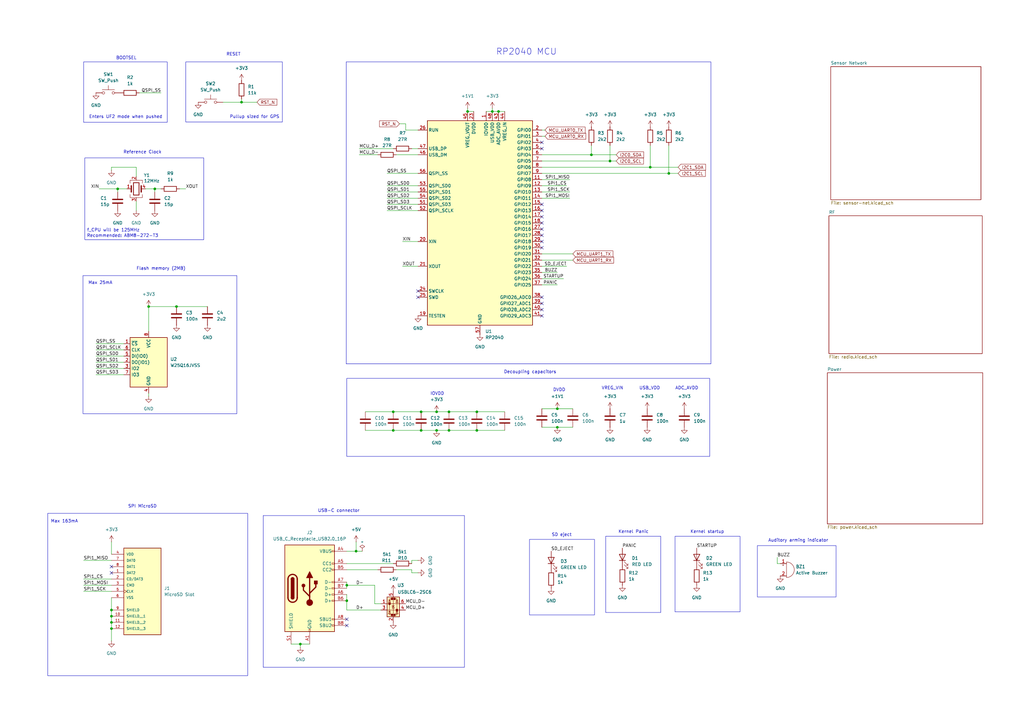
<source format=kicad_sch>
(kicad_sch (version 20231120) (generator "eeschema") (generator_version "8.0")
  (paper "A3")
  (title_block (title "Pygmy") (date "2024-11-10") (rev "A") (company "Matteo Golin"))
  (lib_symbols
    (symbol "Connector:USB_C_Receptacle_USB2.0_16P" (pin_names (offset 1.016))
      (property "Reference" "J" (at 0 22.225 0))
      (property "Value" "USB_C_Receptacle_USB2.0_16P" (at 0 19.685 0))
      (symbol "USB_C_Receptacle_USB2.0_16P_0_0"
        (rectangle (start -0.254 -17.78) (end 0.254 -16.764))
        (rectangle (start 10.16 -14.986) (end 9.144 -15.494))
        (rectangle (start 10.16 -12.446) (end 9.144 -12.954))
        (rectangle (start 10.16 -4.826) (end 9.144 -5.334))
        (rectangle (start 10.16 -2.286) (end 9.144 -2.794))
        (rectangle (start 10.16 0.254) (end 9.144 -0.254))
        (rectangle (start 10.16 2.794) (end 9.144 2.286))
        (rectangle (start 10.16 7.874) (end 9.144 7.366))
        (rectangle (start 10.16 10.414) (end 9.144 9.906))
        (rectangle (start 10.16 15.494) (end 9.144 14.986))
      )
      (symbol "USB_C_Receptacle_USB2.0_16P_0_1"
        (rectangle (start -10.16 17.78) (end 10.16 -17.78) (stroke (width 0.254)) (fill (type background)))
        (arc (start -8.89 -3.81) (mid -6.985 -5.7067) (end -5.08 -3.81) (stroke (width 0.508)))
        (arc (start -7.62 -3.81) (mid -6.985 -4.4423) (end -6.35 -3.81) (stroke (width 0.254)))
        (arc (start -7.62 -3.81) (mid -6.985 -4.4423) (end -6.35 -3.81) (stroke (width 0.254)) (fill (type outline)))
        (rectangle (start -7.62 -3.81) (end -6.35 3.81) (stroke (width 0.254)) (fill (type outline)))
        (arc (start -6.35 3.81) (mid -6.985 4.4423) (end -7.62 3.81) (stroke (width 0.254)))
        (arc (start -6.35 3.81) (mid -6.985 4.4423) (end -7.62 3.81) (stroke (width 0.254)) (fill (type outline)))
        (arc (start -5.08 3.81) (mid -6.985 5.7067) (end -8.89 3.81) (stroke (width 0.508)))
        (circle (center -2.54 1.143) (radius 0.635) (stroke (width 0.254)) (fill (type outline)))
        (circle (center 0 -5.842) (radius 1.27) (fill (type outline)))
        (polyline (pts (xy -8.89 -3.81) (xy -8.89 3.81)) (stroke (width 0.508)))
        (polyline (pts (xy -5.08 3.81) (xy -5.08 -3.81)) (stroke (width 0.508)))
        (polyline (pts (xy 0 -5.842) (xy 0 4.318)) (stroke (width 0.508)))
        (polyline (pts (xy 0 -3.302) (xy -2.54 -0.762) (xy -2.54 0.508)) (stroke (width 0.508)))
        (polyline (pts (xy 0 -2.032) (xy 2.54 0.508) (xy 2.54 1.778)) (stroke (width 0.508)))
        (polyline (pts (xy -1.27 4.318) (xy 0 6.858) (xy 1.27 4.318) (xy -1.27 4.318)) (stroke (width 0.254)) (fill (type outline)))
        (rectangle (start 1.905 1.778) (end 3.175 3.048) (stroke (width 0.254)) (fill (type outline)))
      )
      (symbol "USB_C_Receptacle_USB2.0_16P_1_1"
        (pin passive line (at 0 -22.86 90) (length 5.08) (name "GND") (number "A1"))
        (pin passive line (at 0 -22.86 90) (length 5.08) hide (name "GND") (number "A12"))
        (pin passive line (at 15.24 15.24 180) (length 5.08) (name "VBUS") (number "A4"))
        (pin bidirectional line (at 15.24 10.16 180) (length 5.08) (name "CC1") (number "A5"))
        (pin bidirectional line (at 15.24 -2.54 180) (length 5.08) (name "D+") (number "A6"))
        (pin bidirectional line (at 15.24 2.54 180) (length 5.08) (name "D-") (number "A7"))
        (pin bidirectional line (at 15.24 -12.7 180) (length 5.08) (name "SBU1") (number "A8"))
        (pin passive line (at 15.24 15.24 180) (length 5.08) hide (name "VBUS") (number "A9"))
        (pin passive line (at 0 -22.86 90) (length 5.08) hide (name "GND") (number "B1"))
        (pin passive line (at 0 -22.86 90) (length 5.08) hide (name "GND") (number "B12"))
        (pin passive line (at 15.24 15.24 180) (length 5.08) hide (name "VBUS") (number "B4"))
        (pin bidirectional line (at 15.24 7.62 180) (length 5.08) (name "CC2") (number "B5"))
        (pin bidirectional line (at 15.24 -5.08 180) (length 5.08) (name "D+") (number "B6"))
        (pin bidirectional line (at 15.24 0 180) (length 5.08) (name "D-") (number "B7"))
        (pin bidirectional line (at 15.24 -15.24 180) (length 5.08) (name "SBU2") (number "B8"))
        (pin passive line (at 15.24 15.24 180) (length 5.08) hide (name "VBUS") (number "B9"))
        (pin passive line (at -7.62 -22.86 90) (length 5.08) (name "SHIELD") (number "S1"))
      )
    )
    (symbol "Device:Buzzer" (pin_names (offset 0.0254) hide)
      (property "Reference" "BZ" (at 3.81 1.27 0))
      (property "Value" "Buzzer" (at 3.81 -1.27 0))
      (symbol "Buzzer_0_1"
        (arc (start 0 -3.175) (mid 3.1612 0) (end 0 3.175))
        (polyline (pts (xy -1.651 1.905) (xy -1.143 1.905)))
        (polyline (pts (xy -1.397 2.159) (xy -1.397 1.651)))
        (polyline (pts (xy 0 3.175) (xy 0 -3.175)))
      )
      (symbol "Buzzer_1_1"
        (pin passive line (at -2.54 2.54 0) (length 2.54) (name "+") (number "1"))
        (pin passive line (at -2.54 -2.54 0) (length 2.54) (name "-") (number "2"))
      )
    )
    (symbol "Device:C" (pin_numbers hide) (pin_names (offset 0.254))
      (property "Reference" "C" (at 0.635 2.54 0))
      (property "Value" "C" (at 0.635 -2.54 0))
      (symbol "C_0_1"
        (polyline (pts (xy -2.032 -0.762) (xy 2.032 -0.762)) (stroke (width 0.508)))
        (polyline (pts (xy -2.032 0.762) (xy 2.032 0.762)) (stroke (width 0.508)))
      )
      (symbol "C_1_1"
        (pin passive line (at 0 3.81 270) (length 2.794) (name "~") (number "1"))
        (pin passive line (at 0 -3.81 90) (length 2.794) (name "~") (number "2"))
      )
    )
    (symbol "Device:Crystal_GND23" (pin_names (offset 1.016) hide)
      (property "Reference" "Y" (at 3.175 5.08 0))
      (property "Value" "Crystal_GND23" (at 3.175 3.175 0))
      (symbol "Crystal_GND23_0_1"
        (rectangle (start -1.143 2.54) (end 1.143 -2.54) (stroke (width 0.3048)))
        (polyline (pts (xy -2.54 0) (xy -2.032 0)))
        (polyline (pts (xy -2.032 -1.27) (xy -2.032 1.27)) (stroke (width 0.508)))
        (polyline (pts (xy 0 -3.81) (xy 0 -3.556)))
        (polyline (pts (xy 0 3.556) (xy 0 3.81)))
        (polyline (pts (xy 2.032 -1.27) (xy 2.032 1.27)) (stroke (width 0.508)))
        (polyline (pts (xy 2.032 0) (xy 2.54 0)))
        (polyline (pts (xy -2.54 -2.286) (xy -2.54 -3.556) (xy 2.54 -3.556) (xy 2.54 -2.286)))
        (polyline (pts (xy -2.54 2.286) (xy -2.54 3.556) (xy 2.54 3.556) (xy 2.54 2.286)))
      )
      (symbol "Crystal_GND23_1_1"
        (pin passive line (at -3.81 0 0) (length 1.27) (name "1") (number "1"))
        (pin passive line (at 0 5.08 270) (length 1.27) (name "2") (number "2"))
        (pin passive line (at 0 -5.08 90) (length 1.27) (name "3") (number "3"))
        (pin passive line (at 3.81 0 180) (length 1.27) (name "4") (number "4"))
      )
    )
    (symbol "Device:LED" (pin_numbers hide) (pin_names (offset 1.016) hide)
      (property "Reference" "D" (at 0 2.54 0))
      (property "Value" "LED" (at 0 -2.54 0))
      (symbol "LED_0_1"
        (polyline (pts (xy -1.27 -1.27) (xy -1.27 1.27)) (stroke (width 0.254)))
        (polyline (pts (xy -1.27 0) (xy 1.27 0)))
        (polyline (pts (xy 1.27 -1.27) (xy 1.27 1.27) (xy -1.27 0) (xy 1.27 -1.27)) (stroke (width 0.254)))
        (polyline (pts (xy -3.048 -0.762) (xy -4.572 -2.286) (xy -3.81 -2.286) (xy -4.572 -2.286) (xy -4.572 -1.524)))
        (polyline (pts (xy -1.778 -0.762) (xy -3.302 -2.286) (xy -2.54 -2.286) (xy -3.302 -2.286) (xy -3.302 -1.524)))
      )
      (symbol "LED_1_1"
        (pin passive line (at -3.81 0 0) (length 2.54) (name "K") (number "1"))
        (pin passive line (at 3.81 0 180) (length 2.54) (name "A") (number "2"))
      )
    )
    (symbol "Device:R" (pin_numbers hide) (pin_names (offset 0))
      (property "Reference" "R" (at 2.032 0 90))
      (property "Value" "R" (at 0 0 90))
      (symbol "R_0_1"
        (rectangle (start -1.016 -2.54) (end 1.016 2.54) (stroke (width 0.254)))
      )
      (symbol "R_1_1"
        (pin passive line (at 0 3.81 270) (length 1.27) (name "~") (number "1"))
        (pin passive line (at 0 -3.81 90) (length 1.27) (name "~") (number "2"))
      )
    )
    (symbol "MCU_RaspberryPi:RP2040"
      (property "Reference" "U" (at 17.78 45.72 0))
      (property "Value" "RP2040" (at 17.78 43.18 0))
      (symbol "RP2040_0_1"
        (rectangle (start -21.59 41.91) (end 21.59 -41.91) (stroke (width 0.254)) (fill (type background)))
      )
      (symbol "RP2040_1_1"
        (pin power_in line (at 2.54 45.72 270) (length 3.81) (name "IOVDD") (number "1"))
        (pin passive line (at 2.54 45.72 270) (length 3.81) hide (name "IOVDD") (number "10"))
        (pin bidirectional line (at 25.4 17.78 180) (length 3.81) (name "GPIO8") (number "11"))
        (pin bidirectional line (at 25.4 15.24 180) (length 3.81) (name "GPIO9") (number "12"))
        (pin bidirectional line (at 25.4 12.7 180) (length 3.81) (name "GPIO10") (number "13"))
        (pin bidirectional line (at 25.4 10.16 180) (length 3.81) (name "GPIO11") (number "14"))
        (pin bidirectional line (at 25.4 7.62 180) (length 3.81) (name "GPIO12") (number "15"))
        (pin bidirectional line (at 25.4 5.08 180) (length 3.81) (name "GPIO13") (number "16"))
        (pin bidirectional line (at 25.4 2.54 180) (length 3.81) (name "GPIO14") (number "17"))
        (pin bidirectional line (at 25.4 0 180) (length 3.81) (name "GPIO15") (number "18"))
        (pin input line (at -25.4 -38.1 0) (length 3.81) (name "TESTEN") (number "19"))
        (pin bidirectional line (at 25.4 38.1 180) (length 3.81) (name "GPIO0") (number "2"))
        (pin input line (at -25.4 -7.62 0) (length 3.81) (name "XIN") (number "20"))
        (pin passive line (at -25.4 -17.78 0) (length 3.81) (name "XOUT") (number "21"))
        (pin passive line (at 2.54 45.72 270) (length 3.81) hide (name "IOVDD") (number "22"))
        (pin power_in line (at -2.54 45.72 270) (length 3.81) (name "DVDD") (number "23"))
        (pin input line (at -25.4 -27.94 0) (length 3.81) (name "SWCLK") (number "24"))
        (pin bidirectional line (at -25.4 -30.48 0) (length 3.81) (name "SWD") (number "25"))
        (pin input line (at -25.4 38.1 0) (length 3.81) (name "RUN") (number "26"))
        (pin bidirectional line (at 25.4 -2.54 180) (length 3.81) (name "GPIO16") (number "27"))
        (pin bidirectional line (at 25.4 -5.08 180) (length 3.81) (name "GPIO17") (number "28"))
        (pin bidirectional line (at 25.4 -7.62 180) (length 3.81) (name "GPIO18") (number "29"))
        (pin bidirectional line (at 25.4 35.56 180) (length 3.81) (name "GPIO1") (number "3"))
        (pin bidirectional line (at 25.4 -10.16 180) (length 3.81) (name "GPIO19") (number "30"))
        (pin bidirectional line (at 25.4 -12.7 180) (length 3.81) (name "GPIO20") (number "31"))
        (pin bidirectional line (at 25.4 -15.24 180) (length 3.81) (name "GPIO21") (number "32"))
        (pin passive line (at 2.54 45.72 270) (length 3.81) hide (name "IOVDD") (number "33"))
        (pin bidirectional line (at 25.4 -17.78 180) (length 3.81) (name "GPIO22") (number "34"))
        (pin bidirectional line (at 25.4 -20.32 180) (length 3.81) (name "GPIO23") (number "35"))
        (pin bidirectional line (at 25.4 -22.86 180) (length 3.81) (name "GPIO24") (number "36"))
        (pin bidirectional line (at 25.4 -25.4 180) (length 3.81) (name "GPIO25") (number "37"))
        (pin bidirectional line (at 25.4 -30.48 180) (length 3.81) (name "GPIO26_ADC0") (number "38"))
        (pin bidirectional line (at 25.4 -33.02 180) (length 3.81) (name "GPIO27_ADC1") (number "39"))
        (pin bidirectional line (at 25.4 33.02 180) (length 3.81) (name "GPIO2") (number "4"))
        (pin bidirectional line (at 25.4 -35.56 180) (length 3.81) (name "GPIO28_ADC2") (number "40"))
        (pin bidirectional line (at 25.4 -38.1 180) (length 3.81) (name "GPIO29_ADC3") (number "41"))
        (pin passive line (at 2.54 45.72 270) (length 3.81) hide (name "IOVDD") (number "42"))
        (pin power_in line (at 7.62 45.72 270) (length 3.81) (name "ADC_AVDD") (number "43"))
        (pin power_in line (at 10.16 45.72 270) (length 3.81) (name "VREG_IN") (number "44"))
        (pin power_out line (at -5.08 45.72 270) (length 3.81) (name "VREG_VOUT") (number "45"))
        (pin bidirectional line (at -25.4 27.94 0) (length 3.81) (name "USB_DM") (number "46"))
        (pin bidirectional line (at -25.4 30.48 0) (length 3.81) (name "USB_DP") (number "47"))
        (pin power_in line (at 5.08 45.72 270) (length 3.81) (name "USB_VDD") (number "48"))
        (pin passive line (at 2.54 45.72 270) (length 3.81) hide (name "IOVDD") (number "49"))
        (pin bidirectional line (at 25.4 30.48 180) (length 3.81) (name "GPIO3") (number "5"))
        (pin passive line (at -2.54 45.72 270) (length 3.81) hide (name "DVDD") (number "50"))
        (pin bidirectional line (at -25.4 7.62 0) (length 3.81) (name "QSPI_SD3") (number "51"))
        (pin output line (at -25.4 5.08 0) (length 3.81) (name "QSPI_SCLK") (number "52"))
        (pin bidirectional line (at -25.4 15.24 0) (length 3.81) (name "QSPI_SD0") (number "53"))
        (pin bidirectional line (at -25.4 10.16 0) (length 3.81) (name "QSPI_SD2") (number "54"))
        (pin bidirectional line (at -25.4 12.7 0) (length 3.81) (name "QSPI_SD1") (number "55"))
        (pin bidirectional line (at -25.4 20.32 0) (length 3.81) (name "QSPI_SS") (number "56"))
        (pin power_in line (at 0 -45.72 90) (length 3.81) (name "GND") (number "57"))
        (pin bidirectional line (at 25.4 27.94 180) (length 3.81) (name "GPIO4") (number "6"))
        (pin bidirectional line (at 25.4 25.4 180) (length 3.81) (name "GPIO5") (number "7"))
        (pin bidirectional line (at 25.4 22.86 180) (length 3.81) (name "GPIO6") (number "8"))
        (pin bidirectional line (at 25.4 20.32 180) (length 3.81) (name "GPIO7") (number "9"))
      )
    )
    (symbol "MEM2067-02-180-00-A_REVB:MEM2067-02-180-00-A_REVB" (pin_names (offset 1.016))
      (property "Reference" "J" (at 0 12.7117 0))
      (property "Value" "MEM2067-02-180-00-A" (at 0 -25.4026 0))
      (symbol "MEM2067-02-180-00-A_REVB_0_0"
        (rectangle (start 0 -22.86) (end 15.24 12.7) (stroke (width 0.254)) (fill (type background)))
        (pin bidirectional line (at -5.08 2.54 0) (length 5.08) (name "DAT2") (number "1"))
        (pin passive line (at -5.08 -15.24 0) (length 5.08) (name "SHIELD__1") (number "10"))
        (pin passive line (at -5.08 -17.78 0) (length 5.08) (name "SHIELD__2") (number "11"))
        (pin passive line (at -5.08 -20.32 0) (length 5.08) (name "SHIELD__3") (number "12"))
        (pin bidirectional line (at -5.08 0 0) (length 5.08) (name "CD/DAT3") (number "2"))
        (pin bidirectional line (at -5.08 -2.54 0) (length 5.08) (name "CMD") (number "3"))
        (pin power_in line (at -5.08 10.16 0) (length 5.08) (name "VDD") (number "4"))
        (pin bidirectional clock (at -5.08 -5.08 0) (length 5.08) (name "CLK") (number "5"))
        (pin power_in line (at -5.08 -7.62 0) (length 5.08) (name "VSS") (number "6"))
        (pin bidirectional line (at -5.08 7.62 0) (length 5.08) (name "DAT0") (number "7"))
        (pin bidirectional line (at -5.08 5.08 0) (length 5.08) (name "DAT1") (number "8"))
        (pin passive line (at -5.08 -12.7 0) (length 5.08) (name "SHIELD") (number "9"))
      )
    )
    (symbol "Memory_Flash:W25Q16JVSS"
      (property "Reference" "U" (at -6.35 11.43 0))
      (property "Value" "W25Q16JVSS" (at 7.62 11.43 0))
      (symbol "W25Q16JVSS_0_1"
        (rectangle (start -7.62 10.16) (end 7.62 -10.16) (stroke (width 0.254)) (fill (type background)))
      )
      (symbol "W25Q16JVSS_1_1"
        (pin input line (at -10.16 7.62 0) (length 2.54) (name "~{CS}") (number "1"))
        (pin bidirectional line (at -10.16 0 0) (length 2.54) (name "DO(IO1)") (number "2"))
        (pin bidirectional line (at -10.16 -2.54 0) (length 2.54) (name "IO2") (number "3"))
        (pin power_in line (at 0 -12.7 90) (length 2.54) (name "GND") (number "4"))
        (pin bidirectional line (at -10.16 2.54 0) (length 2.54) (name "DI(IO0)") (number "5"))
        (pin input line (at -10.16 5.08 0) (length 2.54) (name "CLK") (number "6"))
        (pin bidirectional line (at -10.16 -5.08 0) (length 2.54) (name "IO3") (number "7"))
        (pin power_in line (at 0 12.7 270) (length 2.54) (name "VCC") (number "8"))
      )
    )
    (symbol "Power_Protection:USBLC6-2SC6" (pin_names hide)
      (property "Reference" "U" (at 0.635 5.715 0))
      (property "Value" "USBLC6-2SC6" (at 0.635 3.81 0))
      (symbol "USBLC6-2SC6_0_0"
        (circle (center -1.524 0) (radius 0.0001) (stroke (width 0.508)))
        (circle (center -0.508 -4.572) (radius 0.0001) (stroke (width 0.508)))
        (circle (center -0.508 2.032) (radius 0.0001) (stroke (width 0.508)))
        (circle (center 0.508 -4.572) (radius 0.0001) (stroke (width 0.508)))
        (circle (center 0.508 2.032) (radius 0.0001) (stroke (width 0.508)))
        (circle (center 1.524 -2.54) (radius 0.0001) (stroke (width 0.508)))
      )
      (symbol "USBLC6-2SC6_0_1"
        (polyline (pts (xy -2.54 -2.54) (xy 2.54 -2.54)))
        (polyline (pts (xy -2.54 0) (xy 2.54 0)))
        (polyline (pts (xy -2.032 -3.048) (xy -1.016 -3.048)))
        (polyline (pts (xy -1.016 1.524) (xy -2.032 1.524)))
        (polyline (pts (xy 1.016 -3.048) (xy 2.032 -3.048)))
        (polyline (pts (xy 1.016 1.524) (xy 2.032 1.524)))
        (polyline (pts (xy -0.508 -1.143) (xy -0.508 -0.762) (xy 0.508 -0.762)))
        (polyline (pts (xy -2.032 0.508) (xy -1.016 0.508) (xy -1.524 1.524) (xy -2.032 0.508)))
        (polyline (pts (xy -1.016 -4.064) (xy -2.032 -4.064) (xy -1.524 -3.048) (xy -1.016 -4.064)))
        (polyline (pts (xy 0.508 -1.778) (xy -0.508 -1.778) (xy 0 -0.762) (xy 0.508 -1.778)))
        (polyline (pts (xy 2.032 -4.064) (xy 1.016 -4.064) (xy 1.524 -3.048) (xy 2.032 -4.064)))
        (polyline (pts (xy 2.032 0.508) (xy 1.016 0.508) (xy 1.524 1.524) (xy 2.032 0.508)))
        (polyline (pts (xy 0 2.54) (xy -0.508 2.032) (xy 0.508 2.032) (xy 0 1.524) (xy 0 -4.064) (xy -0.508 -4.572) (xy 0.508 -4.572) (xy 0 -5.08)))
      )
      (symbol "USBLC6-2SC6_1_1"
        (rectangle (start -2.54 2.794) (end 2.54 -5.334) (stroke (width 0.254)) (fill (type background)))
        (polyline (pts (xy -0.508 2.032) (xy -1.524 2.032) (xy -1.524 -4.572) (xy -0.508 -4.572)))
        (polyline (pts (xy 0.508 -4.572) (xy 1.524 -4.572) (xy 1.524 2.032) (xy 0.508 2.032)))
        (pin passive line (at -5.08 0 0) (length 2.54) (name "I/O1") (number "1"))
        (pin passive line (at 0 -7.62 90) (length 2.54) (name "GND") (number "2"))
        (pin passive line (at -5.08 -2.54 0) (length 2.54) (name "I/O2") (number "3"))
        (pin passive line (at 5.08 -2.54 180) (length 2.54) (name "I/O2") (number "4"))
        (pin passive line (at 0 5.08 270) (length 2.54) (name "VBUS") (number "5"))
        (pin passive line (at 5.08 0 180) (length 2.54) (name "I/O1") (number "6"))
      )
    )
    (symbol "Switch:SW_Push" (pin_numbers hide) (pin_names (offset 1.016) hide)
      (property "Reference" "SW" (at 1.27 2.54 0))
      (property "Value" "SW_Push" (at 0 -1.524 0))
      (symbol "SW_Push_0_1"
        (circle (center -2.032 0) (radius 0.508))
        (polyline (pts (xy 0 1.27) (xy 0 3.048)))
        (polyline (pts (xy 2.54 1.27) (xy -2.54 1.27)))
        (circle (center 2.032 0) (radius 0.508))
        (pin passive line (at -5.08 0 0) (length 2.54) (name "1") (number "1"))
        (pin passive line (at 5.08 0 180) (length 2.54) (name "2") (number "2"))
      )
    )
    (symbol "power:+1V1" (power) (pin_numbers hide) (pin_names (offset 0) hide)
      (property "Value" "+1V1" (at 0 3.556 0))
      (symbol "+1V1_0_1"
        (polyline (pts (xy -0.762 1.27) (xy 0 2.54)))
        (polyline (pts (xy 0 0) (xy 0 2.54)))
        (polyline (pts (xy 0 2.54) (xy 0.762 1.27)))
      )
      (symbol "+1V1_1_1"
        (pin power_in line (at 0 0 90) (length 0) (name "~") (number "1"))
      )
    )
    (symbol "power:+3.3V" (power) (pin_numbers hide) (pin_names (offset 0) hide)
      (property "Value" "+3.3V" (at 0 3.556 0))
      (symbol "+3.3V_0_1"
        (polyline (pts (xy -0.762 1.27) (xy 0 2.54)))
        (polyline (pts (xy 0 0) (xy 0 2.54)))
        (polyline (pts (xy 0 2.54) (xy 0.762 1.27)))
      )
      (symbol "+3.3V_1_1"
        (pin power_in line (at 0 0 90) (length 0) (name "~") (number "1"))
      )
    )
    (symbol "power:+3V3" (power) (pin_numbers hide) (pin_names (offset 0) hide)
      (property "Value" "+3V3" (at 0 3.556 0))
      (symbol "+3V3_0_1"
        (polyline (pts (xy -0.762 1.27) (xy 0 2.54)))
        (polyline (pts (xy 0 0) (xy 0 2.54)))
        (polyline (pts (xy 0 2.54) (xy 0.762 1.27)))
      )
      (symbol "+3V3_1_1"
        (pin power_in line (at 0 0 90) (length 0) (name "~") (number "1"))
      )
    )
    (symbol "power:+5V" (power) (pin_numbers hide) (pin_names (offset 0) hide)
      (property "Value" "+5V" (at 0 3.556 0))
      (symbol "+5V_0_1"
        (polyline (pts (xy -0.762 1.27) (xy 0 2.54)))
        (polyline (pts (xy 0 0) (xy 0 2.54)))
        (polyline (pts (xy 0 2.54) (xy 0.762 1.27)))
      )
      (symbol "+5V_1_1"
        (pin power_in line (at 0 0 90) (length 0) (name "~") (number "1"))
      )
    )
    (symbol "power:GND" (power) (pin_numbers hide) (pin_names (offset 0) hide)
      (property "Value" "GND" (at 0 -3.81 0))
      (symbol "GND_0_1"
        (polyline (pts (xy 0 0) (xy 0 -1.27) (xy 1.27 -1.27) (xy 0 -2.54) (xy -1.27 -1.27) (xy 0 -1.27)))
      )
      (symbol "GND_1_1"
        (pin power_in line (at 0 0 270) (length 0) (name "~") (number "1"))
      )
    )
    (symbol "power:PWR_FLAG" (power) (pin_numbers hide) (pin_names (offset 0) hide)
      (property "Value" "PWR_FLAG" (at 0 3.81 0))
      (symbol "PWR_FLAG_0_0"
        (pin power_out line (at 0 0 90) (length 0) (name "~") (number "1"))
      )
      (symbol "PWR_FLAG_0_1"
        (polyline (pts (xy 0 0) (xy 0 1.27) (xy -1.016 1.905) (xy 0 2.54) (xy 1.016 1.905) (xy 0 1.27)))
      )
    )
  )
  (junction (at 184.15 176.53))
  (junction (at 161.29 168.91))
  (junction (at 172.72 176.53))
  (junction (at 45.72 250.19))
  (junction (at 184.15 168.91))
  (junction (at 45.72 255.27))
  (junction (at 161.29 176.53))
  (junction (at 228.6 167.64))
  (junction (at 123.19 264.16))
  (junction (at 266.7 68.58))
  (junction (at 201.93 45.72))
  (junction (at 45.72 257.81))
  (junction (at 204.47 45.72))
  (junction (at 179.07 168.91))
  (junction (at 179.07 176.53))
  (junction (at 60.96 125.73))
  (junction (at 274.32 71.12))
  (junction (at 195.58 168.91))
  (junction (at 250.19 66.04))
  (junction (at 72.39 125.73))
  (junction (at 48.26 77.47))
  (junction (at 99.06 41.91))
  (junction (at 45.72 252.73))
  (junction (at 195.58 176.53))
  (junction (at 172.72 168.91))
  (junction (at 142.24 240.03))
  (junction (at 142.24 246.38))
  (junction (at 228.6 175.26))
  (junction (at 63.5 77.47))
  (junction (at 191.77 45.72))
  (junction (at 242.57 63.5))
  (junction (at 146.05 226.06))
  (no_connect (at 171.45 121.92))
  (no_connect (at 222.25 83.82))
  (no_connect (at 222.25 96.52))
  (no_connect (at 222.25 93.98))
  (no_connect (at 142.24 254))
  (no_connect (at 222.25 88.9))
  (no_connect (at 222.25 60.96))
  (no_connect (at 222.25 127))
  (no_connect (at 222.25 129.54))
  (no_connect (at 222.25 91.44))
  (no_connect (at 222.25 58.42))
  (no_connect (at 222.25 121.92))
  (no_connect (at 222.25 124.46))
  (no_connect (at 171.45 119.38))
  (no_connect (at 222.25 86.36))
  (no_connect (at 45.72 232.41))
  (no_connect (at 222.25 101.6))
  (no_connect (at 142.24 256.54))
  (no_connect (at 45.72 234.95))
  (no_connect (at 222.25 99.06))
  (wire (pts (xy 99.06 41.91) (xy 105.41 41.91)))
  (wire (pts (xy 39.37 143.51) (xy 50.8 143.51)))
  (wire (pts (xy 34.29 242.57) (xy 45.72 242.57)))
  (wire (pts (xy 39.37 140.97) (xy 50.8 140.97)))
  (wire (pts (xy 222.25 111.76) (xy 228.6 111.76)))
  (wire (pts (xy 223.52 55.88) (xy 222.25 55.88)))
  (wire (pts (xy 59.69 77.47) (xy 63.5 77.47)))
  (wire (pts (xy 242.57 63.5) (xy 222.25 63.5)))
  (wire (pts (xy 34.29 237.49) (xy 45.72 237.49)))
  (wire (pts (xy 99.06 40.64) (xy 99.06 41.91)))
  (wire (pts (xy 184.15 168.91) (xy 195.58 168.91)))
  (wire (pts (xy 201.93 45.72) (xy 204.47 45.72)))
  (wire (pts (xy 142.24 243.84) (xy 142.24 246.38)))
  (wire (pts (xy 195.58 168.91) (xy 207.01 168.91)))
  (wire (pts (xy 48.26 78.74) (xy 48.26 77.47)))
  (wire (pts (xy 142.24 250.19) (xy 142.24 246.38)))
  (wire (pts (xy 48.26 77.47) (xy 52.07 77.47)))
  (wire (pts (xy 166.37 50.8) (xy 166.37 53.34)))
  (wire (pts (xy 55.88 68.58) (xy 55.88 72.39)))
  (wire (pts (xy 318.77 228.6) (xy 318.77 231.14)))
  (wire (pts (xy 72.39 125.73) (xy 60.96 125.73)))
  (wire (pts (xy 179.07 168.91) (xy 184.15 168.91)))
  (wire (pts (xy 222.25 167.64) (xy 228.6 167.64)))
  (wire (pts (xy 45.72 68.58) (xy 55.88 68.58)))
  (wire (pts (xy 252.73 63.5) (xy 242.57 63.5)))
  (wire (pts (xy 168.91 234.95) (xy 171.45 234.95)))
  (wire (pts (xy 252.73 66.04) (xy 250.19 66.04)))
  (wire (pts (xy 165.1 109.22) (xy 171.45 109.22)))
  (wire (pts (xy 168.91 60.96) (xy 171.45 60.96)))
  (wire (pts (xy 165.1 99.06) (xy 171.45 99.06)))
  (wire (pts (xy 39.37 153.67) (xy 50.8 153.67)))
  (wire (pts (xy 60.96 162.56) (xy 60.96 161.29)))
  (wire (pts (xy 142.24 233.68) (xy 154.94 233.68)))
  (wire (pts (xy 147.32 63.5) (xy 154.94 63.5)))
  (wire (pts (xy 39.37 146.05) (xy 50.8 146.05)))
  (wire (pts (xy 195.58 176.53) (xy 207.01 176.53)))
  (wire (pts (xy 45.72 250.19) (xy 45.72 252.73)))
  (wire (pts (xy 45.72 257.81) (xy 45.72 262.89)))
  (wire (pts (xy 146.05 226.06) (xy 148.59 226.06)))
  (wire (pts (xy 161.29 231.14) (xy 142.24 231.14)))
  (wire (pts (xy 45.72 222.25) (xy 45.72 227.33)))
  (wire (pts (xy 123.19 264.16) (xy 127 264.16)))
  (wire (pts (xy 73.66 77.47) (xy 76.2 77.47)))
  (wire (pts (xy 266.7 59.69) (xy 266.7 68.58)))
  (wire (pts (xy 184.15 176.53) (xy 195.58 176.53)))
  (wire (pts (xy 274.32 59.69) (xy 274.32 71.12)))
  (wire (pts (xy 40.64 77.47) (xy 48.26 77.47)))
  (wire (pts (xy 119.38 264.16) (xy 123.19 264.16)))
  (wire (pts (xy 222.25 71.12) (xy 274.32 71.12)))
  (wire (pts (xy 168.91 233.68) (xy 162.56 233.68)))
  (wire (pts (xy 142.24 240.03) (xy 142.24 238.76)))
  (wire (pts (xy 228.6 116.84) (xy 222.25 116.84)))
  (wire (pts (xy 222.25 104.14) (xy 234.95 104.14)))
  (wire (pts (xy 158.75 78.74) (xy 171.45 78.74)))
  (wire (pts (xy 45.72 69.85) (xy 45.72 68.58)))
  (wire (pts (xy 191.77 44.45) (xy 191.77 45.72)))
  (wire (pts (xy 278.13 68.58) (xy 266.7 68.58)))
  (wire (pts (xy 191.77 45.72) (xy 194.31 45.72)))
  (wire (pts (xy 274.32 71.12) (xy 278.13 71.12)))
  (wire (pts (xy 142.24 240.03) (xy 142.24 241.3)))
  (wire (pts (xy 223.52 53.34) (xy 222.25 53.34)))
  (wire (pts (xy 171.45 86.36) (xy 158.75 86.36)))
  (wire (pts (xy 233.68 81.28) (xy 222.25 81.28)))
  (wire (pts (xy 45.72 252.73) (xy 45.72 255.27)))
  (wire (pts (xy 147.32 60.96) (xy 161.29 60.96)))
  (wire (pts (xy 172.72 176.53) (xy 179.07 176.53)))
  (wire (pts (xy 153.67 247.65) (xy 156.21 247.65)))
  (wire (pts (xy 250.19 66.04) (xy 222.25 66.04)))
  (wire (pts (xy 85.09 125.73) (xy 72.39 125.73)))
  (wire (pts (xy 228.6 167.64) (xy 234.95 167.64)))
  (wire (pts (xy 142.24 250.19) (xy 156.21 250.19)))
  (wire (pts (xy 158.75 83.82) (xy 171.45 83.82)))
  (wire (pts (xy 45.72 245.11) (xy 45.72 250.19)))
  (wire (pts (xy 201.93 44.45) (xy 201.93 45.72)))
  (wire (pts (xy 142.24 240.03) (xy 153.67 240.03)))
  (wire (pts (xy 166.37 53.34) (xy 171.45 53.34)))
  (wire (pts (xy 60.96 135.89) (xy 60.96 125.73)))
  (wire (pts (xy 168.91 234.95) (xy 168.91 233.68)))
  (wire (pts (xy 162.56 63.5) (xy 171.45 63.5)))
  (wire (pts (xy 222.25 175.26) (xy 228.6 175.26)))
  (wire (pts (xy 168.91 229.87) (xy 168.91 231.14)))
  (wire (pts (xy 161.29 168.91) (xy 172.72 168.91)))
  (wire (pts (xy 153.67 240.03) (xy 153.67 247.65)))
  (wire (pts (xy 91.44 41.91) (xy 99.06 41.91)))
  (wire (pts (xy 34.29 240.03) (xy 45.72 240.03)))
  (wire (pts (xy 250.19 59.69) (xy 250.19 66.04)))
  (wire (pts (xy 149.86 168.91) (xy 161.29 168.91)))
  (wire (pts (xy 57.15 38.1) (xy 66.04 38.1)))
  (wire (pts (xy 228.6 175.26) (xy 234.95 175.26)))
  (wire (pts (xy 242.57 59.69) (xy 242.57 63.5)))
  (wire (pts (xy 123.19 265.43) (xy 123.19 264.16)))
  (wire (pts (xy 233.68 73.66) (xy 222.25 73.66)))
  (wire (pts (xy 146.05 226.06) (xy 146.05 222.25)))
  (wire (pts (xy 179.07 176.53) (xy 184.15 176.53)))
  (wire (pts (xy 55.88 86.36) (xy 55.88 82.55)))
  (wire (pts (xy 45.72 255.27) (xy 45.72 257.81)))
  (wire (pts (xy 231.14 114.3) (xy 222.25 114.3)))
  (wire (pts (xy 318.77 231.14) (xy 320.04 231.14)))
  (wire (pts (xy 39.37 148.59) (xy 50.8 148.59)))
  (wire (pts (xy 63.5 77.47) (xy 66.04 77.47)))
  (wire (pts (xy 39.37 151.13) (xy 50.8 151.13)))
  (wire (pts (xy 204.47 45.72) (xy 207.01 45.72)))
  (wire (pts (xy 158.75 71.12) (xy 171.45 71.12)))
  (wire (pts (xy 158.75 81.28) (xy 171.45 81.28)))
  (wire (pts (xy 232.41 76.2) (xy 222.25 76.2)))
  (wire (pts (xy 233.68 78.74) (xy 222.25 78.74)))
  (wire (pts (xy 158.75 76.2) (xy 171.45 76.2)))
  (wire (pts (xy 172.72 168.91) (xy 179.07 168.91)))
  (wire (pts (xy 149.86 176.53) (xy 161.29 176.53)))
  (wire (pts (xy 163.83 50.8) (xy 166.37 50.8)))
  (wire (pts (xy 34.29 229.87) (xy 45.72 229.87)))
  (wire (pts (xy 222.25 106.68) (xy 234.95 106.68)))
  (wire (pts (xy 161.29 176.53) (xy 172.72 176.53)))
  (wire (pts (xy 142.24 226.06) (xy 146.05 226.06)))
  (wire (pts (xy 199.39 45.72) (xy 201.93 45.72)))
  (wire (pts (xy 63.5 77.47) (xy 63.5 78.74)))
  (wire (pts (xy 222.25 68.58) (xy 266.7 68.58)))
  (wire (pts (xy 232.41 109.22) (xy 222.25 109.22)))
  (wire (pts (xy 171.45 229.87) (xy 168.91 229.87)))
  (rectangle (start 310.642 223.774) (end 342.9 244.856))
  (rectangle (start 141.986 25.4) (end 291.592 149.225))
  (rectangle (start 76.2 25.4) (end 115.824 50.038))
  (rectangle (start 217.17 221.234) (end 243.84 252.222))
  (rectangle (start 248.412 219.964) (end 271.018 251.206))
  (rectangle (start 276.86 219.964) (end 303.53 250.952))
  (rectangle (start 107.95 211.455) (end 190.5 273.685))
  (rectangle (start 34.798 64.77) (end 83.566 98.298))
  (rectangle (start 19.558 210.566) (end 101.6 277.114))
  (rectangle (start 34.29 25.4) (end 68.58 50.165))
  (rectangle (start 142.24 155.194) (end 291.084 187.198))
  (rectangle (start 34.036 113.03) (end 97.155 169.672))
  (text "Pullup sized for GPS" (at 104.394 48.006 0) (effects (font (size 1.27 1.27))))
  (text "Auditory arming indicator" (at 327.406 221.742 0) (effects (font (size 1.27 1.27))))
  (text "RP2040 MCU" (at 215.9 21.336 0) (effects (font (size 2.54 2.54))))
  (text "Kernel Panic" (at 259.842 218.186 0) (effects (font (size 1.27 1.27))))
  (text "Kernel startup" (at 290.068 218.186 0) (effects (font (size 1.27 1.27))))
  (text "VREG_VIN\n" (at 251.206 159.258 0) (effects (font (size 1.27 1.27))))
  (text "USB_VDD" (at 266.446 159.258 0) (effects (font (size 1.27 1.27))))
  (text "Recommended: ABM8-272-T3" (at 50.292 96.774 0) (effects (font (size 1.27 1.27))))
  (text "Max 163mA" (at 26.416 213.868 0) (effects (font (size 1.27 1.27))))
  (text "DVDD" (at 229.362 160.02 0) (effects (font (size 1.27 1.27))))
  (text "IOVDD" (at 179.324 161.544 0) (effects (font (size 1.27 1.27))))
  (text "SPI MicroSD" (at 58.42 207.772 0) (effects (font (size 1.27 1.27))))
  (text "USB-C connector" (at 138.938 209.55 0) (effects (font (size 1.27 1.27))))
  (text "f_CPU will be 125MHz" (at 46.482 94.488 0) (effects (font (size 1.27 1.27))))
  (text "Decoupling capacitors" (at 217.424 152.654 0) (effects (font (size 1.27 1.27))))
  (text "BOOTSEL" (at 51.816 23.876 0) (effects (font (size 1.27 1.27))))
  (text "Reference Clock" (at 58.42 62.484 0) (effects (font (size 1.27 1.27))))
  (text "ADC_AVDD" (at 281.686 159.258 0) (effects (font (size 1.27 1.27))))
  (text "RESET" (at 95.758 22.352 0) (effects (font (size 1.27 1.27))))
  (text "Flash memory (2MB)" (at 66.04 110.236 0) (effects (font (size 1.27 1.27))))
  (text "Max 25mA" (at 41.148 116.078 0) (effects (font (size 1.27 1.27))))
  (text "Enters UF2 mode when pushed" (at 51.562 48.006 0) (effects (font (size 1.27 1.27))))
  (text "SD eject" (at 230.378 219.456 0) (effects (font (size 1.27 1.27))))
  (label "SPI1_MOSI" (at 34.29 240.03 0))
  (label "SPI1_CS" (at 34.29 237.49 0))
  (label "MCU_D+" (at 166.37 250.19 0))
  (label "QSPI_SS" (at 39.37 140.97 0))
  (label "SD_EJECT" (at 226.06 226.06 0))
  (label "XIN" (at 40.64 77.47 180))
  (label "SPI1_CS" (at 232.41 76.2 180))
  (label "QSPI_SCLK" (at 39.37 143.51 0))
  (label "SPI1_MISO" (at 233.68 73.66 180))
  (label "QSPI_SD3" (at 39.37 153.67 0))
  (label "QSPI_SD2" (at 39.37 151.13 0))
  (label "PANIC" (at 228.6 116.84 180))
  (label "PANIC" (at 255.27 224.79 0))
  (label "MCU_D-" (at 166.37 247.65 0))
  (label "QSPI_SS" (at 158.75 71.12 0))
  (label "QSPI_SCLK" (at 158.75 86.36 0))
  (label "XOUT" (at 76.2 77.47 0))
  (label "QSPI_SD3" (at 158.75 83.82 0))
  (label "MCU_D-" (at 147.32 63.5 0))
  (label "D+" (at 146.05 250.19 0))
  (label "QSPI_SS" (at 66.04 38.1 180))
  (label "BUZZ" (at 228.6 111.76 180))
  (label "D-" (at 146.05 240.03 0))
  (label "QSPI_SD1" (at 39.37 148.59 0))
  (label "XIN" (at 165.1 99.06 0))
  (label "SPI1_SCK" (at 233.68 78.74 180))
  (label "BUZZ" (at 318.77 228.6 0))
  (label "QSPI_SD0" (at 158.75 76.2 0))
  (label "QSPI_SD0" (at 39.37 146.05 0))
  (label "SPI1_SCK" (at 34.29 242.57 0))
  (label "QSPI_SD1" (at 158.75 78.74 0))
  (label "SPI1_MISO" (at 34.29 229.87 0))
  (label "STARTUP" (at 285.75 224.79 0))
  (label "QSPI_SD2" (at 158.75 81.28 0))
  (label "XOUT" (at 165.1 109.22 0))
  (label "SD_EJECT" (at 232.41 109.22 180))
  (label "MCU_D+" (at 147.32 60.96 0))
  (label "SPI1_MOSI" (at 233.68 81.28 180))
  (label "STARTUP" (at 231.14 114.3 180))
  (global_label "I2C0_SCL" (shape input) (at 252.73 66.04 0) (property "Intersheetrefs" "${INTERSHEET_REFS}" (effects (hide yes))))
  (global_label "RST_N" (shape input) (at 163.83 50.8 180) (property "Intersheetrefs" "${INTERSHEET_REFS}" (effects (hide yes))))
  (global_label "I2C1_SDA" (shape input) (at 278.13 68.58 0) (property "Intersheetrefs" "${INTERSHEET_REFS}" (effects (hide yes))))
  (global_label "MCU_UART0_TX" (shape input) (at 223.52 53.34 0) (property "Intersheetrefs" "${INTERSHEET_REFS}" (effects (hide yes))))
  (global_label "I2C0_SDA" (shape input) (at 252.73 63.5 0) (property "Intersheetrefs" "${INTERSHEET_REFS}" (effects (hide yes))))
  (global_label "I2C1_SCL" (shape input) (at 278.13 71.12 0) (property "Intersheetrefs" "${INTERSHEET_REFS}" (effects (hide yes))))
  (global_label "MCU_UART1_RX" (shape input) (at 234.95 106.68 0) (property "Intersheetrefs" "${INTERSHEET_REFS}" (effects (hide yes))))
  (global_label "RST_N" (shape input) (at 105.41 41.91 0) (property "Intersheetrefs" "${INTERSHEET_REFS}" (effects (hide yes))))
  (global_label "MCU_UART0_RX" (shape input) (at 223.52 55.88 0) (property "Intersheetrefs" "${INTERSHEET_REFS}" (effects (hide yes))))
  (global_label "MCU_UART1_TX" (shape input) (at 234.95 104.14 0) (property "Intersheetrefs" "${INTERSHEET_REFS}" (effects (hide yes))))
  (symbol (lib_id "power:GND") (at 320.04 236.22 0) (unit 1)
    (property "Reference" "#PWR034" (effects (hide yes)))
    (property "Value" "GND" (at 320.04 241.3 0))
    (property "Description" "Power symbol creates a global label with name \"GND\" , ground" (effects (hide yes)))
  )
  (symbol (lib_id "Device:Crystal_GND23") (at 55.88 77.47 0) (unit 1)
    (property "Reference" "Y1" (at 60.198 71.882 0))
    (property "Value" "12MHz" (at 62.23 74.168 0))
    (property "Footprint" "Crystal:Crystal_SMD_3225-4Pin_3.2x2.5mm" (effects (hide yes)))
    (property "Description" "Four pin crystal, GND on pins 2 and 3" (effects (hide yes)))
  )
  (symbol (lib_id "power:+3.3V") (at 266.7 52.07 0) (unit 1)
    (property "Reference" "#PWR08" (effects (hide yes)))
    (property "Value" "+3V3" (at 266.7 46.99 0))
    (property "Description" "Power symbol creates a global label with name \"+3.3V\"" (effects (hide yes)))
  )
  (symbol (lib_id "power:GND") (at 39.37 38.1 0) (unit 1)
    (property "Reference" "#PWR02" (effects (hide yes)))
    (property "Value" "GND" (at 39.37 43.18 0))
    (property "Description" "Power symbol creates a global label with name \"GND\" , ground" (effects (hide yes)))
  )
  (symbol (lib_id "power:+3.3V") (at 274.32 52.07 0) (unit 1)
    (property "Reference" "#PWR09" (effects (hide yes)))
    (property "Value" "+3V3" (at 274.32 46.99 0))
    (property "Description" "Power symbol creates a global label with name \"+3.3V\"" (effects (hide yes)))
  )
  (symbol (lib_id "Device:C") (at 85.09 129.54 0) (unit 1)
    (property "Reference" "C4" (at 88.9 128.2699 0) (effects (justify left)))
    (property "Value" "2u2" (at 88.9 130.8099 0) (effects (justify left)))
    (property "Description" "Unpolarized capacitor" (effects (hide yes)))
  )
  (symbol (lib_id "power:GND") (at 226.06 241.3 0) (unit 1)
    (property "Reference" "#PWR037" (effects (hide yes)))
    (property "Value" "GND" (at 226.06 246.38 0))
    (property "Description" "Power symbol creates a global label with name \"GND\" , ground" (effects (hide yes)))
  )
  (symbol (lib_id "Device:R") (at 158.75 233.68 90) (unit 1)
    (property "Reference" "R11" (at 158.496 229.87 90))
    (property "Value" "5k1" (at 158.75 227.33 90))
    (property "Description" "Resistor" (effects (hide yes)))
  )
  (symbol (lib_id "Device:C") (at 222.25 171.45 0) (unit 1)
    (property "Reference" "C5" (at 226.06 170.1799 0) (effects (justify left)))
    (property "Value" "100n" (at 226.06 172.7199 0) (effects (justify left)))
    (property "Description" "Unpolarized capacitor" (effects (hide yes)))
  )
  (symbol (lib_id "Device:C") (at 265.43 171.45 0) (unit 1)
    (property "Reference" "C8" (at 269.24 170.1799 0) (effects (justify left)))
    (property "Value" "100n" (at 269.24 172.7199 0) (effects (justify left)))
    (property "Description" "Unpolarized capacitor" (effects (hide yes)))
  )
  (symbol (lib_id "power:+5V") (at 161.29 242.57 0) (unit 1)
    (property "Reference" "#PWR038" (effects (hide yes)))
    (property "Value" "+5V" (at 161.29 237.49 0))
    (property "Description" "Power symbol creates a global label with name \"+5V\"" (effects (hide yes)))
  )
  (symbol (lib_id "Device:C") (at 234.95 171.45 0) (unit 1)
    (property "Reference" "C6" (at 238.76 170.1799 0) (effects (justify left)))
    (property "Value" "100n" (at 238.76 172.7199 0) (effects (justify left)))
    (property "Description" "Unpolarized capacitor" (effects (hide yes)))
  )
  (symbol (lib_id "power:GND") (at 48.26 86.36 0) (unit 1)
    (property "Reference" "#PWR011" (effects (hide yes)))
    (property "Value" "GND" (at 48.26 91.44 0))
    (property "Description" "Power symbol creates a global label with name \"GND\" , ground" (effects (hide yes)))
  )
  (symbol (lib_id "Device:C") (at 72.39 129.54 0) (unit 1)
    (property "Reference" "C3" (at 76.2 128.2699 0) (effects (justify left)))
    (property "Value" "100n" (at 76.2 130.8099 0) (effects (justify left)))
    (property "Description" "Unpolarized capacitor" (effects (hide yes)))
  )
  (symbol (lib_id "power:GND") (at 171.45 129.54 0) (unit 1)
    (property "Reference" "#PWR015" (effects (hide yes)))
    (property "Value" "GND" (at 171.45 134.62 0))
    (property "Description" "Power symbol creates a global label with name \"GND\" , ground" (effects (hide yes)))
  )
  (symbol (lib_id "Device:C") (at 172.72 172.72 0) (unit 1)
    (property "Reference" "C12" (at 176.53 171.4499 0) (effects (justify left)))
    (property "Value" "100n" (at 176.53 173.9899 0) (effects (justify left)))
    (property "Description" "Unpolarized capacitor" (effects (hide yes)))
  )
  (symbol (lib_id "power:GND") (at 85.09 133.35 0) (unit 1)
    (property "Reference" "#PWR017" (effects (hide yes)))
    (property "Value" "GND" (at 85.09 138.43 0))
    (property "Description" "Power symbol creates a global label with name \"GND\" , ground" (effects (hide yes)))
  )
  (symbol (lib_id "power:+1V1") (at 265.43 167.64 0) (unit 1)
    (property "Reference" "#PWR022" (effects (hide yes)))
    (property "Value" "+3V3" (at 265.43 162.56 0))
    (property "Description" "Power symbol creates a global label with name \"+1V1\"" (effects (hide yes)))
  )
  (symbol (lib_id "Device:R") (at 250.19 55.88 0) (unit 1)
    (property "Reference" "R4" (at 252.73 54.6099 0) (effects (justify left)))
    (property "Value" "2k2" (at 252.73 57.1499 0) (effects (justify left)))
    (property "Description" "Resistor" (effects (hide yes)))
  )
  (symbol (lib_id "MEM2067-02-180-00-A_REVB:MEM2067-02-180-00-A_REVB") (at 50.8 237.49 0) (unit 1)
    (property "Reference" "J1" (at 67.31 241.2999 0) (effects (justify left)))
    (property "Value" "MicroSD Slot" (at 67.31 243.8399 0) (effects (justify left)))
    (property "Footprint" "microsd:GCT_MEM2067-02-180-00-A_REVB" (effects (hide yes)))
  )
  (symbol (lib_id "power:GND") (at 196.85 137.16 0) (unit 1)
    (property "Reference" "#PWR018" (effects (hide yes)))
    (property "Value" "GND" (at 196.85 142.24 0))
    (property "Description" "Power symbol creates a global label with name \"GND\" , ground" (effects (hide yes)))
  )
  (symbol (lib_id "Device:LED") (at 285.75 228.6 90) (unit 1)
    (property "Reference" "D2" (at 289.56 228.9174 90) (effects (justify right)))
    (property "Value" "GREEN LED" (at 289.56 231.4574 90) (effects (justify right)))
    (property "Description" "Light emitting diode" (effects (hide yes)))
  )
  (symbol (lib_id "power:+3V3") (at 60.96 125.73 0) (unit 1)
    (property "Reference" "#PWR014" (effects (hide yes)))
    (property "Value" "+3V3" (at 60.96 120.65 0))
    (property "Description" "Power symbol creates a global label with name \"+3V3\"" (effects (hide yes)))
  )
  (symbol (lib_id "power:+3V3") (at 179.07 168.91 0) (unit 1)
    (property "Reference" "#PWR024" (effects (hide yes)))
    (property "Value" "+3V3" (at 179.07 163.83 0))
    (property "Description" "Power symbol creates a global label with name \"+3V3\"" (effects (hide yes)))
  )
  (symbol (lib_id "Device:C") (at 149.86 172.72 0) (unit 1)
    (property "Reference" "C10" (at 153.67 171.4499 0) (effects (justify left)))
    (property "Value" "100n" (at 153.67 173.9899 0) (effects (justify left)))
    (property "Description" "Unpolarized capacitor" (effects (hide yes)))
  )
  (symbol (lib_id "Device:R") (at 226.06 237.49 0) (unit 1)
    (property "Reference" "R14" (at 228.6 236.2199 0) (effects (justify left)))
    (property "Value" "1k" (at 228.6 238.7599 0) (effects (justify left)))
    (property "Description" "Resistor" (effects (hide yes)))
  )
  (symbol (lib_id "Connector:USB_C_Receptacle_USB2.0_16P") (at 127 241.3 0) (unit 1)
    (property "Reference" "J2" (at 127 218.44 0))
    (property "Value" "USB_C_Receptacle_USB2.0_16P" (at 127 220.98 0))
    (property "Datasheet" "https://www.usb.org/sites/default/files/documents/usb_type-c.zip" (effects (hide yes)))
    (property "Description" "USB 2.0-only 16P Type-C Receptacle connector" (effects (hide yes)))
  )
  (symbol (lib_id "power:GND") (at 228.6 175.26 0) (unit 1)
    (property "Reference" "#PWR025" (effects (hide yes)))
    (property "Value" "GND" (at 228.6 180.34 0))
    (property "Description" "Power symbol creates a global label with name \"GND\" , ground" (effects (hide yes)))
  )
  (symbol (lib_id "power:+3.3V") (at 250.19 52.07 0) (unit 1)
    (property "Reference" "#PWR07" (effects (hide yes)))
    (property "Value" "+3V3" (at 250.19 46.99 0))
    (property "Description" "Power symbol creates a global label with name \"+3.3V\"" (effects (hide yes)))
  )
  (symbol (lib_id "Device:R") (at 158.75 63.5 90) (unit 1)
    (property "Reference" "R8" (at 158.75 57.15 90))
    (property "Value" "27R" (at 158.75 59.69 90))
    (property "Description" "Resistor" (effects (hide yes)))
  )
  (symbol (lib_id "Device:C") (at 195.58 172.72 0) (unit 1)
    (property "Reference" "C14" (at 199.39 171.4499 0) (effects (justify left)))
    (property "Value" "100n" (at 199.39 173.9899 0) (effects (justify left)))
    (property "Description" "Unpolarized capacitor" (effects (hide yes)))
  )
  (symbol (lib_id "power:GND") (at 45.72 69.85 0) (unit 1)
    (property "Reference" "#PWR010" (effects (hide yes)))
    (property "Value" "GND" (at 45.72 74.93 0))
    (property "Description" "Power symbol creates a global label with name \"GND\" , ground" (effects (hide yes)))
  )
  (symbol (lib_id "power:+3V3") (at 45.72 222.25 0) (unit 1)
    (property "Reference" "#PWR030" (effects (hide yes)))
    (property "Value" "+3V3" (at 45.72 217.17 0))
    (property "Description" "Power symbol creates a global label with name \"+3V3\"" (effects (hide yes)))
  )
  (symbol (lib_id "Switch:SW_Push") (at 44.45 38.1 0) (unit 1)
    (property "Reference" "SW1" (at 44.45 30.48 0))
    (property "Value" "SW_Push" (at 44.45 33.02 0))
    (property "Description" "Push button switch, generic, two pins" (effects (hide yes)))
  )
  (symbol (lib_id "power:GND") (at 45.72 262.89 0) (unit 1)
    (property "Reference" "#PWR040" (effects (hide yes)))
    (property "Value" "GND" (at 45.72 267.97 0))
    (property "Description" "Power symbol creates a global label with name \"GND\" , ground" (effects (hide yes)))
  )
  (symbol (lib_id "power:+1V1") (at 280.67 167.64 0) (unit 1)
    (property "Reference" "#PWR023" (effects (hide yes)))
    (property "Value" "+3V3" (at 280.67 162.56 0))
    (property "Description" "Power symbol creates a global label with name \"+1V1\"" (effects (hide yes)))
  )
  (symbol (lib_id "power:GND") (at 171.45 229.87 90) (unit 1)
    (property "Reference" "#PWR032" (effects (hide yes)))
    (property "Value" "GND" (at 176.53 229.87 0))
    (property "Description" "Power symbol creates a global label with name \"GND\" , ground" (effects (hide yes)))
  )
  (symbol (lib_id "power:PWR_FLAG") (at 148.59 226.06 0) (unit 1)
    (property "Reference" "#FLG03" (effects (hide yes)))
    (property "Value" "~" (at 148.59 222.25 0))
    (property "Description" "Special symbol for telling ERC where power comes from" (effects (hide yes)))
  )
  (symbol (lib_id "Device:C") (at 207.01 172.72 0) (unit 1)
    (property "Reference" "C15" (at 210.82 171.4499 0) (effects (justify left)))
    (property "Value" "100n" (at 210.82 173.9899 0) (effects (justify left)))
    (property "Description" "Unpolarized capacitor" (effects (hide yes)))
  )
  (symbol (lib_id "Device:C") (at 63.5 82.55 0) (unit 1)
    (property "Reference" "C2" (at 67.31 81.2799 0) (effects (justify left)))
    (property "Value" "15p" (at 67.31 83.8199 0) (effects (justify left)))
    (property "Description" "Unpolarized capacitor" (effects (hide yes)))
  )
  (symbol (lib_id "power:+1V1") (at 228.6 167.64 0) (unit 1)
    (property "Reference" "#PWR020" (effects (hide yes)))
    (property "Value" "+1V1" (at 228.6 162.56 0))
    (property "Description" "Power symbol creates a global label with name \"+1V1\"" (effects (hide yes)))
  )
  (symbol (lib_id "Memory_Flash:W25Q16JVSS") (at 60.96 148.59 0) (unit 1)
    (property "Reference" "U2" (at 69.85 147.3199 0) (effects (justify left)))
    (property "Value" "W25Q16JVSS" (at 69.85 149.8599 0) (effects (justify left)))
    (property "Footprint" "Package_SO:SOIC-8_5.23x5.23mm_P1.27mm" (effects (hide yes)))
    (property "Datasheet" "https://www.winbond.com/hq/support/documentation/levelOne.jsp?__locale=en&DocNo=DA00-W25Q16JV.1" (effects (hide yes)))
    (property "Description" "16Mb Serial Flash Memory, Standard/Dual/Quad SPI, SOIC-8" (effects (hide yes)))
  )
  (symbol (lib_id "Device:R") (at 242.57 55.88 0) (unit 1)
    (property "Reference" "R3" (at 245.11 54.6099 0) (effects (justify left)))
    (property "Value" "2k2" (at 245.11 57.1499 0) (effects (justify left)))
    (property "Description" "Resistor" (effects (hide yes)))
  )
  (symbol (lib_id "Device:R") (at 69.85 77.47 90) (unit 1)
    (property "Reference" "R9" (at 69.85 71.12 90))
    (property "Value" "1k" (at 69.85 73.66 90))
    (property "Description" "Resistor" (effects (hide yes)))
  )
  (symbol (lib_id "power:GND") (at 285.75 240.03 0) (unit 1)
    (property "Reference" "#PWR036" (effects (hide yes)))
    (property "Value" "GND" (at 285.75 245.11 0))
    (property "Description" "Power symbol creates a global label with name \"GND\" , ground" (effects (hide yes)))
  )
  (symbol (lib_id "Power_Protection:USBLC6-2SC6") (at 161.29 247.65 0) (unit 1)
    (property "Reference" "U3" (at 162.9411 240.03 0) (effects (justify left)))
    (property "Value" "USBLC6-2SC6" (at 163.068 242.824 0) (effects (justify left)))
    (property "Footprint" "Package_TO_SOT_SMD:SOT-23-6" (effects (hide yes)))
    (property "Datasheet" "https://www.st.com/resource/en/datasheet/usblc6-2.pdf" (effects (hide yes)))
    (property "Description" "Very low capacitance ESD protection diode, 2 data-line, SOT-23-6" (effects (hide yes)))
  )
  (symbol (lib_id "power:GND") (at 123.19 265.43 0) (unit 1)
    (property "Reference" "#PWR041" (effects (hide yes)))
    (property "Value" "GND" (at 123.19 270.51 0))
    (property "Description" "Power symbol creates a global label with name \"GND\" , ground" (effects (hide yes)))
  )
  (symbol (lib_id "power:+3V3") (at 99.06 33.02 0) (unit 1)
    (property "Reference" "#PWR01" (effects (hide yes)))
    (property "Value" "+3V3" (at 99.06 27.94 0))
    (property "Description" "Power symbol creates a global label with name \"+3V3\"" (effects (hide yes)))
  )
  (symbol (lib_id "Switch:SW_Push") (at 86.36 41.91 0) (unit 1)
    (property "Reference" "SW2" (at 86.36 34.29 0))
    (property "Value" "SW_Push" (at 86.36 36.83 0))
    (property "Description" "Push button switch, generic, two pins" (effects (hide yes)))
  )
  (symbol (lib_id "Device:C") (at 161.29 172.72 0) (unit 1)
    (property "Reference" "C11" (at 165.1 171.4499 0) (effects (justify left)))
    (property "Value" "100n" (at 165.1 173.9899 0) (effects (justify left)))
    (property "Description" "Unpolarized capacitor" (effects (hide yes)))
  )
  (symbol (lib_id "Device:C") (at 280.67 171.45 0) (unit 1)
    (property "Reference" "C9" (at 284.48 170.1799 0) (effects (justify left)))
    (property "Value" "100n" (at 284.48 172.7199 0) (effects (justify left)))
    (property "Description" "Unpolarized capacitor" (effects (hide yes)))
  )
  (symbol (lib_id "power:GND") (at 171.45 234.95 90) (unit 1)
    (property "Reference" "#PWR033" (effects (hide yes)))
    (property "Value" "GND" (at 176.53 234.95 0))
    (property "Description" "Power symbol creates a global label with name \"GND\" , ground" (effects (hide yes)))
  )
  (symbol (lib_id "Device:C") (at 48.26 82.55 0) (unit 1)
    (property "Reference" "C1" (at 41.148 81.28 0) (effects (justify left)))
    (property "Value" "15p" (at 41.148 83.82 0) (effects (justify left)))
    (property "Description" "Unpolarized capacitor" (effects (hide yes)))
  )
  (symbol (lib_id "power:+1V1") (at 250.19 167.64 0) (unit 1)
    (property "Reference" "#PWR021" (effects (hide yes)))
    (property "Value" "+3V3" (at 250.19 162.56 0))
    (property "Description" "Power symbol creates a global label with name \"+1V1\"" (effects (hide yes)))
  )
  (symbol (lib_id "power:+1V1") (at 191.77 44.45 0) (unit 1)
    (property "Reference" "#PWR04" (effects (hide yes)))
    (property "Value" "+1V1" (at 191.77 39.37 0))
    (property "Description" "Power symbol creates a global label with name \"+1V1\"" (effects (hide yes)))
  )
  (symbol (lib_id "Device:R") (at 99.06 36.83 0) (unit 1)
    (property "Reference" "R1" (at 101.6 35.5599 0) (effects (justify left)))
    (property "Value" "11k" (at 101.6 38.0999 0) (effects (justify left)))
    (property "Description" "Resistor" (effects (hide yes)))
  )
  (symbol (lib_id "Device:R") (at 285.75 236.22 0) (unit 1)
    (property "Reference" "R13" (at 288.29 234.9499 0) (effects (justify left)))
    (property "Value" "1k" (at 288.29 237.4899 0) (effects (justify left)))
    (property "Description" "Resistor" (effects (hide yes)))
  )
  (symbol (lib_id "Device:R") (at 274.32 55.88 0) (unit 1)
    (property "Reference" "R6" (at 276.86 54.6099 0) (effects (justify left)))
    (property "Value" "2k2" (at 276.86 57.1499 0) (effects (justify left)))
    (property "Description" "Resistor" (effects (hide yes)))
  )
  (symbol (lib_id "Device:LED") (at 226.06 229.87 90) (unit 1)
    (property "Reference" "D3" (at 229.87 230.1874 90) (effects (justify right)))
    (property "Value" "GREEN LED" (at 229.87 232.7274 90) (effects (justify right)))
    (property "Description" "Light emitting diode" (effects (hide yes)))
  )
  (symbol (lib_id "Device:R") (at 165.1 60.96 90) (unit 1)
    (property "Reference" "R7" (at 165.1 54.61 90))
    (property "Value" "27R" (at 165.1 57.15 90))
    (property "Description" "Resistor" (effects (hide yes)))
  )
  (symbol (lib_id "Device:C") (at 250.19 171.45 0) (unit 1)
    (property "Reference" "C7" (at 254 170.1799 0) (effects (justify left)))
    (property "Value" "1u" (at 254 172.7199 0) (effects (justify left)))
    (property "Description" "Unpolarized capacitor" (effects (hide yes)))
  )
  (symbol (lib_id "MCU_RaspberryPi:RP2040") (at 196.85 91.44 0) (unit 1)
    (property "Reference" "U1" (at 199.0441 135.89 0) (effects (justify left)))
    (property "Value" "RP2040" (at 199.0441 138.43 0) (effects (justify left)))
    (property "Footprint" "Package_DFN_QFN:QFN-56-1EP_7x7mm_P0.4mm_EP3.2x3.2mm" (effects (hide yes)))
    (property "Datasheet" "https://datasheets.raspberrypi.com/rp2040/rp2040-datasheet.pdf" (effects (hide yes)))
    (property "Description" "A microcontroller by Raspberry Pi" (effects (hide yes)))
  )
  (symbol (lib_id "power:GND") (at 255.27 240.03 0) (unit 1)
    (property "Reference" "#PWR035" (effects (hide yes)))
    (property "Value" "GND" (at 255.27 245.11 0))
    (property "Description" "Power symbol creates a global label with name \"GND\" , ground" (effects (hide yes)))
  )
  (symbol (lib_id "power:GND") (at 250.19 175.26 0) (unit 1)
    (property "Reference" "#PWR026" (effects (hide yes)))
    (property "Value" "GND" (at 250.19 180.34 0))
    (property "Description" "Power symbol creates a global label with name \"GND\" , ground" (effects (hide yes)))
  )
  (symbol (lib_id "Device:Buzzer") (at 322.58 233.68 0) (unit 1)
    (property "Reference" "BZ1" (at 326.39 232.4099 0) (effects (justify left)))
    (property "Value" "Active Buzzer" (at 326.39 234.9499 0) (effects (justify left)))
    (property "Description" "Buzzer, polarized" (effects (hide yes)))
  )
  (symbol (lib_id "Device:R") (at 255.27 236.22 0) (unit 1)
    (property "Reference" "R12" (at 257.81 234.9499 0) (effects (justify left)))
    (property "Value" "1k" (at 257.81 237.4899 0) (effects (justify left)))
    (property "Description" "Resistor" (effects (hide yes)))
  )
  (symbol (lib_id "power:+3.3V") (at 242.57 52.07 0) (unit 1)
    (property "Reference" "#PWR06" (effects (hide yes)))
    (property "Value" "+3V3" (at 242.57 46.99 0))
    (property "Description" "Power symbol creates a global label with name \"+3.3V\"" (effects (hide yes)))
  )
  (symbol (lib_id "Device:R") (at 53.34 38.1 90) (unit 1)
    (property "Reference" "R2" (at 53.34 31.75 90))
    (property "Value" "1k" (at 53.34 34.29 90))
    (property "Description" "Resistor" (effects (hide yes)))
  )
  (symbol (lib_id "power:GND") (at 60.96 162.56 0) (unit 1)
    (property "Reference" "#PWR019" (effects (hide yes)))
    (property "Value" "GND" (at 60.96 167.64 0))
    (property "Description" "Power symbol creates a global label with name \"GND\" , ground" (effects (hide yes)))
  )
  (symbol (lib_id "Device:R") (at 165.1 231.14 90) (unit 1)
    (property "Reference" "R10" (at 165.1 228.854 90))
    (property "Value" "5k1" (at 165.1 226.314 90))
    (property "Description" "Resistor" (effects (hide yes)))
  )
  (symbol (lib_id "power:GND") (at 63.5 86.36 0) (unit 1)
    (property "Reference" "#PWR013" (effects (hide yes)))
    (property "Value" "GND" (at 63.5 91.44 0))
    (property "Description" "Power symbol creates a global label with name \"GND\" , ground" (effects (hide yes)))
  )
  (symbol (lib_id "power:GND") (at 161.29 255.27 0) (unit 1)
    (property "Reference" "#PWR039" (effects (hide yes)))
    (property "Value" "GND" (at 161.29 260.35 0))
    (property "Description" "Power symbol creates a global label with name \"GND\" , ground" (effects (hide yes)))
  )
  (symbol (lib_id "power:GND") (at 55.88 86.36 0) (unit 1)
    (property "Reference" "#PWR012" (effects (hide yes)))
    (property "Value" "GND" (at 55.88 91.44 0))
    (property "Description" "Power symbol creates a global label with name \"GND\" , ground" (effects (hide yes)))
  )
  (symbol (lib_id "Device:C") (at 184.15 172.72 0) (unit 1)
    (property "Reference" "C13" (at 187.96 171.4499 0) (effects (justify left)))
    (property "Value" "100n" (at 187.96 173.9899 0) (effects (justify left)))
    (property "Description" "Unpolarized capacitor" (effects (hide yes)))
  )
  (symbol (lib_id "power:GND") (at 72.39 133.35 0) (unit 1)
    (property "Reference" "#PWR016" (effects (hide yes)))
    (property "Value" "GND" (at 72.39 138.43 0))
    (property "Description" "Power symbol creates a global label with name \"GND\" , ground" (effects (hide yes)))
  )
  (symbol (lib_id "Device:LED") (at 255.27 228.6 90) (unit 1)
    (property "Reference" "D1" (at 259.08 228.9174 90) (effects (justify right)))
    (property "Value" "RED LED" (at 259.08 231.4574 90) (effects (justify right)))
    (property "Description" "Light emitting diode" (effects (hide yes)))
  )
  (symbol (lib_id "power:+5V") (at 146.05 222.25 0) (unit 1)
    (property "Reference" "#PWR031" (effects (hide yes)))
    (property "Value" "+5V" (at 146.05 217.17 0))
    (property "Description" "Power symbol creates a global label with name \"+5V\"" (effects (hide yes)))
  )
  (symbol (lib_id "power:GND") (at 265.43 175.26 0) (unit 1)
    (property "Reference" "#PWR027" (effects (hide yes)))
    (property "Value" "GND" (at 265.43 180.34 0))
    (property "Description" "Power symbol creates a global label with name \"GND\" , ground" (effects (hide yes)))
  )
  (symbol (lib_id "power:GND") (at 280.67 175.26 0) (unit 1)
    (property "Reference" "#PWR028" (effects (hide yes)))
    (property "Value" "GND" (at 280.67 180.34 0))
    (property "Description" "Power symbol creates a global label with name \"GND\" , ground" (effects (hide yes)))
  )
  (symbol (lib_id "Device:R") (at 266.7 55.88 0) (unit 1)
    (property "Reference" "R5" (at 269.24 54.6099 0) (effects (justify left)))
    (property "Value" "2k2" (at 269.24 57.1499 0) (effects (justify left)))
    (property "Description" "Resistor" (effects (hide yes)))
  )
  (symbol (lib_id "power:+3V3") (at 201.93 44.45 0) (unit 1)
    (property "Reference" "#PWR05" (effects (hide yes)))
    (property "Value" "+3V3" (at 201.93 39.37 0))
    (property "Description" "Power symbol creates a global label with name \"+3V3\"" (effects (hide yes)))
  )
  (symbol (lib_id "power:GND") (at 81.28 41.91 0) (unit 1)
    (property "Reference" "#PWR03" (effects (hide yes)))
    (property "Value" "GND" (at 81.28 46.99 0))
    (property "Description" "Power symbol creates a global label with name \"GND\" , ground" (effects (hide yes)))
  )
  (symbol (lib_id "power:GND") (at 179.07 176.53 0) (unit 1)
    (property "Reference" "#PWR029" (effects (hide yes)))
    (property "Value" "GND" (at 179.07 181.61 0))
    (property "Description" "Power symbol creates a global label with name \"GND\" , ground" (effects (hide yes)))
  )
  (sheet (at 339.979 88.519) (size 62.865 56.515) (stroke (width 0.1524))
    (property "Sheetname" "RF" (at 339.979 87.8074 0) (effects (justify left bottom)))
    (property "Sheetfile" "radio.kicad_sch" (at 339.979 145.6186 0) (effects (justify left top)))
  )
  (sheet (at 340.741 27.305) (size 61.595 54.61) (stroke (width 0.1524))
    (property "Sheetname" "Sensor Network" (at 340.741 26.5934 0) (effects (justify left bottom)))
    (property "Sheetfile" "sensor-net.kicad_sch" (at 340.741 82.4996 0) (effects (justify left top)))
  )
  (sheet (at 339.344 152.908) (size 63.754 61.976) (stroke (width 0.1524))
    (property "Sheetname" "Power" (at 339.344 152.1964 0) (effects (justify left bottom)))
    (property "Sheetfile" "power.kicad_sch" (at 339.344 215.4686 0) (effects (justify left top)))
  )
)
</source>
